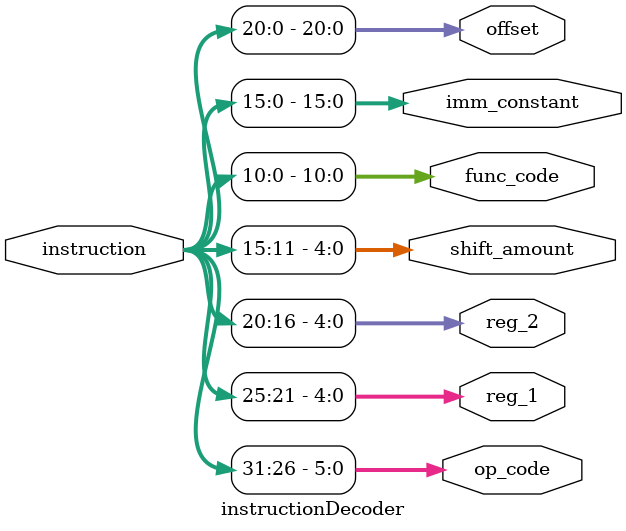
<source format=v>
`timescale 1ns / 1ps


module instructionDecoder(
    input [31:0] instruction,
    output wire [5:0] op_code,
    output wire [4:0] reg_1, 
    output wire [4:0] reg_2, 
    output wire [4:0] shift_amount, 
    output wire [10:0] func_code,
    output wire [15:0] imm_constant, 
    output wire [20:0] offset 
);

    assign op_code = instruction[31:26];
    assign reg_1 = instruction[25:21];
    assign reg_2 = instruction[20:16];
    assign shift_amount = instruction[15:11];
    assign func_code = instruction[10:0];
    assign imm_constant = instruction[15:0];
    assign offset = instruction[20:0];

endmodule 
</source>
